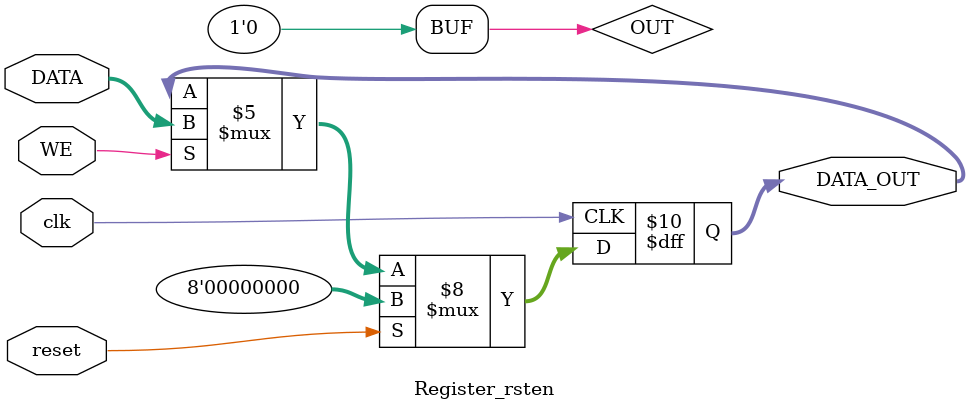
<source format=v>
module Register_rsten #(parameter WIDTH=8) (
	  input  clk, reset, WE,
	  input	[WIDTH-1:0] DATA,
	  output reg [WIDTH-1:0] DATA_OUT
    );

initial begin
	OUT<=0;
end	
	 
always@(posedge clk) begin
	if (reset == 1'b1)
		DATA_OUT<={WIDTH{1'b0}};
	else if(WE==1'b1)	
		DATA_OUT<=DATA;
end
	 
endmodule	 
</source>
